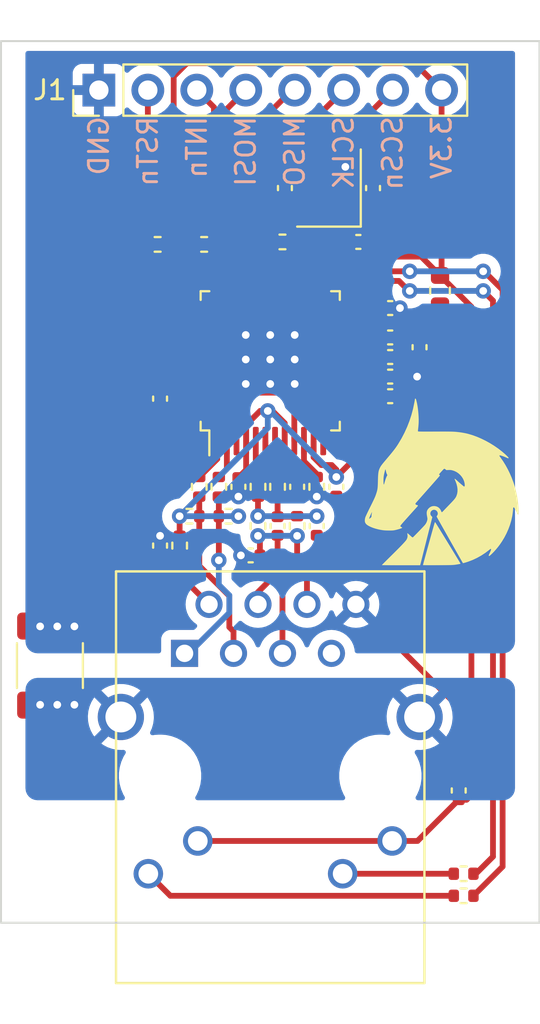
<source format=kicad_pcb>
(kicad_pcb (version 20211014) (generator pcbnew)
  (layers (0 "F.Cu" signal) (31 "B.Cu" signal) (34 "B.Paste" user) (35 "F.Paste" user) (36 "B.SilkS" user "B.Silkscreen") (37 "F.SilkS" user "F.Silkscreen") (38 "B.Mask" user) (39 "F.Mask" user) (44 "Edge.Cuts" user))
  (net 0 "")
  (net 1 "GNDPWR")
  (net 2 "GND")
  (net 3 "Net-(C2-Pad1)")
  (net 4 "Net-(C3-Pad1)")
  (net 5 "Net-(C3-Pad2)")
  (net 6 "Net-(C4-Pad1)")
  (net 7 "Net-(C4-Pad2)")
  (net 8 "Net-(C5-Pad1)")
  (net 9 "Net-(C6-Pad1)")
  (net 10 "Net-(C7-Pad1)")
  (net 11 "+3V3")
  (net 12 "+3.3VA")
  (net 13 "XI")
  (net 14 "GPIO21")
  (net 15 "GPIO20")
  (net 16 "GPIO19")
  (net 17 "GPIO16")
  (net 18 "GPIO18")
  (net 19 "GPIO17")
  (net 20 "Net-(P1-Pad1)")
  (net 21 "Net-(P1-Pad3)")
  (net 23 "Net-(P1-Pad9)")
  (net 24 "Net-(P1-Pad11)")
  (net 25 "Net-(R5-Pad2)")
  (net 26 "ACTn")
  (net 27 "Net-(R8-Pad2)")
  (net 28 "Net-(R9-Pad2)")
  (net 29 "Net-(R10-Pad2)")
  (net 30 "LINKn")
  (net 31 "Net-(R14-Pad2)")
  (net 32 "XO")
  (footprint "Package_QFP:LQFP-48-1EP_7x7mm_P0.5mm_EP3.6x3.6mm" (layer "F.Cu") (at 110.49 128.34 90)
    (fp_text reference "U1" hide)
    (fp_text value "W5500")
    (pad "1" smd roundrect (at -4.1625 -2.75 90) (size 1.475 0.3) (layers "F.Cu" "F.Paste" "F.Mask") (net 25 "Net-(R5-Pad2)"))
    (pad "2" smd roundrect (at -4.1625 -2.25 90) (size 1.475 0.3) (layers "F.Cu" "F.Paste" "F.Mask") (net 27 "Net-(R8-Pad2)"))
    (pad "3" smd roundrect (at -4.1625 -1.75 90) (size 1.475 0.3) (layers "F.Cu" "F.Paste" "F.Mask") (net 2 "GND"))
    (pad "4" smd roundrect (at -4.1625 -1.25 90) (size 1.475 0.3) (layers "F.Cu" "F.Paste" "F.Mask") (net 12 "+3.3VA"))
    (pad "5" smd roundrect (at -4.1625 -0.75 90) (size 1.475 0.3) (layers "F.Cu" "F.Paste" "F.Mask") (net 28 "Net-(R9-Pad2)"))
    (pad "6" smd roundrect (at -4.1625 -0.25 90) (size 1.475 0.3) (layers "F.Cu" "F.Paste" "F.Mask") (net 29 "Net-(R10-Pad2)"))
    (pad "7" smd roundrect (at -4.1625 0.25 90) (size 1.475 0.3) (layers "F.Cu" "F.Paste" "F.Mask"))
    (pad "8" smd roundrect (at -4.1625 0.75 90) (size 1.475 0.3) (layers "F.Cu" "F.Paste" "F.Mask") (net 12 "+3.3VA"))
    (pad "9" smd roundrect (at -4.1625 1.25 90) (size 1.475 0.3) (layers "F.Cu" "F.Paste" "F.Mask") (net 2 "GND"))
    (pad "10" smd roundrect (at -4.1625 1.75 90) (size 1.475 0.3) (layers "F.Cu" "F.Paste" "F.Mask") (net 31 "Net-(R14-Pad2)"))
    (pad "11" smd roundrect (at -4.1625 2.25 90) (size 1.475 0.3) (layers "F.Cu" "F.Paste" "F.Mask") (net 12 "+3.3VA"))
    (pad "12" smd roundrect (at -4.1625 2.75 90) (size 1.475 0.3) (layers "F.Cu" "F.Paste" "F.Mask"))
    (pad "13" smd roundrect (at -2.75 4.1625 90) (size 0.3 1.475) (layers "F.Cu" "F.Paste" "F.Mask"))
    (pad "14" smd roundrect (at -2.25 4.1625 90) (size 0.3 1.475) (layers "F.Cu" "F.Paste" "F.Mask") (net 2 "GND"))
    (pad "15" smd roundrect (at -1.75 4.1625 90) (size 0.3 1.475) (layers "F.Cu" "F.Paste" "F.Mask") (net 12 "+3.3VA"))
    (pad "16" smd roundrect (at -1.25 4.1625 90) (size 0.3 1.475) (layers "F.Cu" "F.Paste" "F.Mask") (net 2 "GND"))
    (pad "17" smd roundrect (at -0.75 4.1625 90) (size 0.3 1.475) (layers "F.Cu" "F.Paste" "F.Mask") (net 12 "+3.3VA"))
    (pad "18" smd roundrect (at -0.25 4.1625 90) (size 0.3 1.475) (layers "F.Cu" "F.Paste" "F.Mask"))
    (pad "19" smd roundrect (at 0.25 4.1625 90) (size 0.3 1.475) (layers "F.Cu" "F.Paste" "F.Mask") (net 2 "GND"))
    (pad "20" smd roundrect (at 0.75 4.1625 90) (size 0.3 1.475) (layers "F.Cu" "F.Paste" "F.Mask") (net 9 "Net-(C6-Pad1)"))
    (pad "21" smd roundrect (at 1.25 4.1625 90) (size 0.3 1.475) (layers "F.Cu" "F.Paste" "F.Mask") (net 12 "+3.3VA"))
    (pad "22" smd roundrect (at 1.75 4.1625 90) (size 0.3 1.475) (layers "F.Cu" "F.Paste" "F.Mask") (net 10 "Net-(C7-Pad1)"))
    (pad "23" smd roundrect (at 2.25 4.1625 90) (size 0.3 1.475) (layers "F.Cu" "F.Paste" "F.Mask"))
    (pad "24" smd roundrect (at 2.75 4.1625 90) (size 0.3 1.475) (layers "F.Cu" "F.Paste" "F.Mask"))
    (pad "25" smd roundrect (at 4.1625 2.75 90) (size 1.475 0.3) (layers "F.Cu" "F.Paste" "F.Mask") (net 30 "LINKn"))
    (pad "26" smd roundrect (at 4.1625 2.25 90) (size 1.475 0.3) (layers "F.Cu" "F.Paste" "F.Mask"))
    (pad "27" smd roundrect (at 4.1625 1.75 90) (size 1.475 0.3) (layers "F.Cu" "F.Paste" "F.Mask") (net 26 "ACTn"))
    (pad "28" smd roundrect (at 4.1625 1.25 90) (size 1.475 0.3) (layers "F.Cu" "F.Paste" "F.Mask") (net 11 "+3V3"))
    (pad "29" smd roundrect (at 4.1625 0.75 90) (size 1.475 0.3) (layers "F.Cu" "F.Paste" "F.Mask") (net 2 "GND"))
    (pad "30" smd roundrect (at 4.1625 0.25 90) (size 1.475 0.3) (layers "F.Cu" "F.Paste" "F.Mask") (net 13 "XI"))
    (pad "31" smd roundrect (at 4.1625 -0.25 90) (size 1.475 0.3) (layers "F.Cu" "F.Paste" "F.Mask") (net 32 "XO"))
    (pad "32" smd roundrect (at 4.1625 -0.75 90) (size 1.475 0.3) (layers "F.Cu" "F.Paste" "F.Mask") (net 19 "GPIO17"))
    (pad "33" smd roundrect (at 4.1625 -1.25 90) (size 1.475 0.3) (layers "F.Cu" "F.Paste" "F.Mask") (net 18 "GPIO18"))
    (pad "34" smd roundrect (at 4.1625 -1.75 90) (size 1.475 0.3) (layers "F.Cu" "F.Paste" "F.Mask") (net 17 "GPIO16"))
    (pad "35" smd roundrect (at 4.1625 -2.25 90) (size 1.475 0.3) (layers "F.Cu" "F.Paste" "F.Mask") (net 16 "GPIO19"))
    (pad "36" smd roundrect (at 4.1625 -2.75 90) (size 1.475 0.3) (layers "F.Cu" "F.Paste" "F.Mask") (net 14 "GPIO21"))
    (pad "37" smd roundrect (at 2.75 -4.1625 90) (size 0.3 1.475) (layers "F.Cu" "F.Paste" "F.Mask") (net 15 "GPIO20"))
    (pad "38" smd roundrect (at 2.25 -4.1625 90) (size 0.3 1.475) (layers "F.Cu" "F.Paste" "F.Mask"))
    (pad "39" smd roundrect (at 1.75 -4.1625 90) (size 0.3 1.475) (layers "F.Cu" "F.Paste" "F.Mask"))
    (pad "40" smd roundrect (at 1.25 -4.1625 90) (size 0.3 1.475) (layers "F.Cu" "F.Paste" "F.Mask"))
    (pad "41" smd roundrect (at 0.75 -4.1625 90) (size 0.3 1.475) (layers "F.Cu" "F.Paste" "F.Mask"))
    (pad "42" smd roundrect (at 0.25 -4.1625 90) (size 0.3 1.475) (layers "F.Cu" "F.Paste" "F.Mask"))
    (pad "43" smd roundrect (at -0.25 -4.1625 90) (size 0.3 1.475) (layers "F.Cu" "F.Paste" "F.Mask") (net 11 "+3V3"))
    (pad "44" smd roundrect (at -0.75 -4.1625 90) (size 0.3 1.475) (layers "F.Cu" "F.Paste" "F.Mask") (net 11 "+3V3"))
    (pad "45" smd roundrect (at -1.25 -4.1625 90) (size 0.3 1.475) (layers "F.Cu" "F.Paste" "F.Mask") (net 11 "+3V3"))
    (pad "46" smd roundrect (at -1.75 -4.1625 90) (size 0.3 1.475) (layers "F.Cu" "F.Paste" "F.Mask"))
    (pad "47" smd roundrect (at -2.25 -4.1625 90) (size 0.3 1.475) (layers "F.Cu" "F.Paste" "F.Mask"))
    (pad "48" smd roundrect (at -2.75 -4.1625 90) (size 0.3 1.475) (layers "F.Cu" "F.Paste" "F.Mask") (net 2 "GND"))
    (pad "49" smd rect (at 0 0 90) (size 3.6 3.6) (layers "F.Cu" "F.Mask") (net 2 "GND"))
  )
  (footprint "Capacitor_SMD:C_0402_1005Metric" (layer "F.Cu") (at 118.237 127.635 -90)
    (fp_text reference "C17" hide)
    (fp_text value "0.1uF")
    (pad "1" smd roundrect (at -0.48 0 270) (size 0.56 0.62) (layers "F.Cu" "F.Paste" "F.Mask") (net 12 "+3.3VA"))
    (pad "2" smd roundrect (at 0.48 0 270) (size 0.56 0.62) (layers "F.Cu" "F.Paste" "F.Mask") (net 2 "GND"))
  )
  (footprint "Resistor_SMD:R_0402_1005Metric" (layer "F.Cu") (at 104.648 122.301 180)
    (fp_text reference "R2" hide)
    (fp_text value "4.7k")
    (pad "1" smd roundrect (at -0.51 0 180) (size 0.54 0.64) (layers "F.Cu" "F.Paste" "F.Mask") (net 11 "+3V3"))
    (pad "2" smd roundrect (at 0.51 0 180) (size 0.54 0.64) (layers "F.Cu" "F.Paste" "F.Mask") (net 15 "GPIO20"))
  )
  (footprint "Capacitor_SMD:C_0402_1005Metric" (layer "F.Cu") (at 104.775 130.302 -90)
    (fp_text reference "C9" hide)
    (fp_text value "0.1uF")
    (pad "1" smd roundrect (at -0.48 0 270) (size 0.56 0.62) (layers "F.Cu" "F.Paste" "F.Mask") (net 11 "+3V3"))
    (pad "2" smd roundrect (at 0.48 0 270) (size 0.56 0.62) (layers "F.Cu" "F.Paste" "F.Mask") (net 2 "GND"))
  )
  (footprint "Resistor_SMD:R_0402_1005Metric" (layer "F.Cu") (at 106.299 136.398 180)
    (fp_text reference "R3" hide)
    (fp_text value "49.9")
    (pad "1" smd roundrect (at -0.51 0 180) (size 0.54 0.64) (layers "F.Cu" "F.Paste" "F.Mask") (net 21 "Net-(P1-Pad3)"))
    (pad "2" smd roundrect (at 0.51 0 180) (size 0.54 0.64) (layers "F.Cu" "F.Paste" "F.Mask") (net 12 "+3.3VA"))
  )
  (footprint "Resistor_SMD:R_0402_1005Metric" (layer "F.Cu") (at 120.523 154.94 180)
    (fp_text reference "R7" hide)
    (fp_text value "470")
    (pad "1" smd roundrect (at -0.51 0 180) (size 0.54 0.64) (layers "F.Cu" "F.Paste" "F.Mask") (net 26 "ACTn"))
    (pad "2" smd roundrect (at 0.51 0 180) (size 0.54 0.64) (layers "F.Cu" "F.Paste" "F.Mask") (net 24 "Net-(P1-Pad11)"))
  )
  (footprint "Capacitor_SMD:C_0402_1005Metric" (layer "F.Cu") (at 109.474 138.43 180)
    (fp_text reference "C5" hide)
    (fp_text value "0.1uF")
    (pad "1" smd roundrect (at -0.48 0 180) (size 0.56 0.62) (layers "F.Cu" "F.Paste" "F.Mask") (net 8 "Net-(C5-Pad1)"))
    (pad "2" smd roundrect (at 0.48 0 180) (size 0.56 0.62) (layers "F.Cu" "F.Paste" "F.Mask") (net 2 "GND"))
  )
  (footprint "Capacitor_SMD:C_1812_4532Metric" (layer "F.Cu") (at 99.06 144.145 90)
    (fp_text reference "C1" hide)
    (fp_text value "1nF/22kV")
    (pad "1" smd roundrect (at -2.05 0 90) (size 1.4 3.4) (layers "F.Cu" "F.Paste" "F.Mask") (roundrect_rratio 0.178571) (net 1 "GNDPWR"))
    (pad "2" smd roundrect (at 2.05 0 90) (size 1.4 3.4) (layers "F.Cu" "F.Paste" "F.Mask") (roundrect_rratio 0.178571) (net 2 "GND"))
  )
  (footprint "Capacitor_SMD:C_0402_1005Metric" (layer "F.Cu") (at 108.839 134.874 -90)
    (fp_text reference "C16" hide)
    (fp_text value "0.1uF")
    (pad "1" smd roundrect (at -0.48 0 270) (size 0.56 0.62) (layers "F.Cu" "F.Paste" "F.Mask") (net 12 "+3.3VA"))
    (pad "2" smd roundrect (at 0.48 0 270) (size 0.56 0.62) (layers "F.Cu" "F.Paste" "F.Mask") (net 2 "GND"))
  )
  (footprint "Resistor_SMD:R_0402_1005Metric" (layer "F.Cu") (at 111.125 122.174 180)
    (fp_text reference "R15" hide)
    (fp_text value "1M")
    (pad "1" smd roundrect (at -0.51 0 180) (size 0.54 0.64) (layers "F.Cu" "F.Paste" "F.Mask") (net 13 "XI"))
    (pad "2" smd roundrect (at 0.51 0 180) (size 0.54 0.64) (layers "F.Cu" "F.Paste" "F.Mask") (net 32 "XO"))
  )
  (footprint "Capacitor_SMD:C_0402_1005Metric" (layer "F.Cu") (at 110.871 136.906 90)
    (fp_text reference "C3" hide)
    (fp_text value "6.8nF")
    (pad "1" smd roundrect (at -0.48 0 90) (size 0.56 0.62) (layers "F.Cu" "F.Paste" "F.Mask") (net 4 "Net-(C3-Pad1)"))
    (pad "2" smd roundrect (at 0.48 0 90) (size 0.56 0.62) (layers "F.Cu" "F.Paste" "F.Mask") (net 5 "Net-(C3-Pad2)"))
  )
  (footprint "Capacitor_SMD:C_0402_1005Metric" (layer "F.Cu") (at 111.887 134.874 -90)
    (fp_text reference "C15" hide)
    (fp_text value "0.1uF")
    (pad "1" smd roundrect (at -0.48 0 270) (size 0.56 0.62) (layers "F.Cu" "F.Paste" "F.Mask") (net 12 "+3.3VA"))
    (pad "2" smd roundrect (at 0.48 0 270) (size 0.56 0.62) (layers "F.Cu" "F.Paste" "F.Mask") (net 2 "GND"))
  )
  (footprint "Resistor_SMD:R_0402_1005Metric" (layer "F.Cu") (at 105.791 137.922 90)
    (fp_text reference "R1" hide)
    (fp_text value "10R/1%")
    (pad "1" smd roundrect (at -0.51 0 90) (size 0.54 0.64) (layers "F.Cu" "F.Paste" "F.Mask") (net 3 "Net-(C2-Pad1)"))
    (pad "2" smd roundrect (at 0.51 0 90) (size 0.54 0.64) (layers "F.Cu" "F.Paste" "F.Mask") (net 12 "+3.3VA"))
  )
  (footprint "Resistor_SMD:R_0402_1005Metric" (layer "F.Cu") (at 120.523 156.083 180)
    (fp_text reference "R13" hide)
    (fp_text value "470")
    (pad "1" smd roundrect (at -0.51 0 180) (size 0.54 0.64) (layers "F.Cu" "F.Paste" "F.Mask") (net 30 "LINKn"))
    (pad "2" smd roundrect (at 0.51 0 180) (size 0.54 0.64) (layers "F.Cu" "F.Paste" "F.Mask") (net 23 "Net-(P1-Pad9)"))
  )
  (footprint "Capacitor_SMD:C_0402_1005Metric" (layer "F.Cu") (at 111.252 119.38 -90)
    (fp_text reference "C19" hide)
    (fp_text value "18pF")
    (pad "1" smd roundrect (at -0.48 0 270) (size 0.56 0.62) (layers "F.Cu" "F.Paste" "F.Mask") (net 32 "XO"))
    (pad "2" smd roundrect (at 0.48 0 270) (size 0.56 0.62) (layers "F.Cu" "F.Paste" "F.Mask") (net 2 "GND"))
  )
  (footprint "Resistor_SMD:R_0402_1005Metric" (layer "F.Cu") (at 108.331 136.398)
    (fp_text reference "R4" hide)
    (fp_text value "49.9")
    (pad "1" smd roundrect (at -0.51 0) (size 0.54 0.64) (layers "F.Cu" "F.Paste" "F.Mask") (net 20 "Net-(P1-Pad1)"))
    (pad "2" smd roundrect (at 0.51 0) (size 0.54 0.64) (layers "F.Cu" "F.Paste" "F.Mask") (net 12 "+3.3VA"))
  )
  (footprint "Resistor_SMD:R_0402_1005Metric" (layer "F.Cu") (at 107.061 122.301)
    (fp_text reference "R6" hide)
    (fp_text value "4.7k")
    (pad "1" smd roundrect (at -0.51 0) (size 0.54 0.64) (layers "F.Cu" "F.Paste" "F.Mask") (net 11 "+3V3"))
    (pad "2" smd roundrect (at 0.51 0) (size 0.54 0.64) (layers "F.Cu" "F.Paste" "F.Mask") (net 14 "GPIO21"))
  )
  (footprint "Capacitor_SMD:C_0402_1005Metric" (layer "F.Cu") (at 116.713 129.159)
    (fp_text reference "C12" hide)
    (fp_text value "0.1uF")
    (pad "1" smd roundrect (at -0.48 0) (size 0.56 0.62) (layers "F.Cu" "F.Paste" "F.Mask") (net 12 "+3.3VA"))
    (pad "2" smd roundrect (at 0.48 0) (size 0.56 0.62) (layers "F.Cu" "F.Paste" "F.Mask") (net 2 "GND"))
  )
  (footprint "Capacitor_SMD:C_0402_1005Metric" (layer "F.Cu") (at 116.713 130.175)
    (fp_text reference "C13" hide)
    (fp_text value "0.1uF")
    (pad "1" smd roundrect (at -0.48 0) (size 0.56 0.62) (layers "F.Cu" "F.Paste" "F.Mask") (net 12 "+3.3VA"))
    (pad "2" smd roundrect (at 0.48 0) (size 0.56 0.62) (layers "F.Cu" "F.Paste" "F.Mask") (net 2 "GND"))
  )
  (footprint "Resistor_SMD:R_0402_1005Metric" (layer "F.Cu") (at 111.887 136.906 90)
    (fp_text reference "R12" hide)
    (fp_text value "49.9")
    (pad "1" smd roundrect (at -0.51 0 90) (size 0.54 0.64) (layers "F.Cu" "F.Paste" "F.Mask") (net 8 "Net-(C5-Pad1)"))
    (pad "2" smd roundrect (at 0.51 0 90) (size 0.54 0.64) (layers "F.Cu" "F.Paste" "F.Mask") (net 5 "Net-(C3-Pad2)"))
  )
  (footprint "Connector_PinHeader_2.54mm:PinHeader_1x08_P2.54mm_Vertical" (layer "F.Cu") (at 101.6 114.3 90)
    (fp_text reference "J1" (at 0 -2.54 180) (layer "F.SilkS"))
    (fp_text value "Conn_01x08")
    (pad "1" thru_hole rect (at 0 0 90) (size 1.7 1.7) (drill 1) (layers *.Cu *.Mask) (net 2 "GND"))
    (pad "2" thru_hole oval (at 0 2.54 90) (size 1.7 1.7) (drill 1) (layers *.Cu *.Mask) (net 15 "GPIO20"))
    (pad "3" thru_hole oval (at 0 5.08 90) (size 1.7 1.7) (drill 1) (layers *.Cu *.Mask) (net 14 "GPIO21"))
    (pad "4" thru_hole oval (at 0 7.62 90) (size 1.7 1.7) (drill 1) (layers *.Cu *.Mask) (net 16 "GPIO19"))
    (pad "5" thru_hole oval (at 0 10.16 90) (size 1.7 1.7) (drill 1) (layers *.Cu *.Mask) (net 17 "GPIO16"))
    (pad "6" thru_hole oval (at 0 12.7 90) (size 1.7 1.7) (drill 1) (layers *.Cu *.Mask) (net 18 "GPIO18"))
    (pad "7" thru_hole oval (at 0 15.24 90) (size 1.7 1.7) (drill 1) (layers *.Cu *.Mask) (net 19 "GPIO17"))
    (pad "8" thru_hole oval (at 0 17.78 90) (size 1.7 1.7) (drill 1) (layers *.Cu *.Mask) (net 11 "+3V3"))
  )
  (footprint "Capacitor_SMD:C_0402_1005Metric" (layer "F.Cu") (at 113.919 134.874 -90)
    (fp_text reference "C14" hide)
    (fp_text value "0.1uF")
    (pad "1" smd roundrect (at -0.48 0 270) (size 0.56 0.62) (layers "F.Cu" "F.Paste" "F.Mask") (net 12 "+3.3VA"))
    (pad "2" smd roundrect (at 0.48 0 270) (size 0.56 0.62) (layers "F.Cu" "F.Paste" "F.Mask") (net 2 "GND"))
  )
  (footprint "Capacitor_SMD:C_0402_1005Metric" (layer "F.Cu") (at 120.269 150.622 90)
    (fp_text reference "C10" hide)
    (fp_text value "0.1uF")
    (pad "1" smd roundrect (at -0.48 0 90) (size 0.56 0.62) (layers "F.Cu" "F.Paste" "F.Mask") (net 11 "+3V3"))
    (pad "2" smd roundrect (at 0.48 0 90) (size 0.56 0.62) (layers "F.Cu" "F.Paste" "F.Mask") (net 2 "GND"))
  )
  (footprint "Inductor_SMD:L_0603_1608Metric" (layer "F.Cu") (at 119.3 124.7 -90)
    (fp_text reference "L1" hide)
    (fp_text value "600mA")
    (pad "1" smd roundrect (at -0.7875 0 270) (size 0.875 0.95) (layers "F.Cu" "F.Paste" "F.Mask") (net 11 "+3V3"))
    (pad "2" smd roundrect (at 0.7875 0 270) (size 0.875 0.95) (layers "F.Cu" "F.Paste" "F.Mask") (net 12 "+3.3VA"))
  )
  (footprint "Resistor_SMD:R_0402_1005Metric" (layer "F.Cu") (at 109.855 136.906 90)
    (fp_text reference "R11" hide)
    (fp_text value "49.9")
    (pad "1" smd roundrect (at -0.51 0 90) (size 0.54 0.64) (layers "F.Cu" "F.Paste" "F.Mask") (net 8 "Net-(C5-Pad1)"))
    (pad "2" smd roundrect (at 0.51 0 90) (size 0.54 0.64) (layers "F.Cu" "F.Paste" "F.Mask") (net 7 "Net-(C4-Pad2)"))
  )
  (footprint "Resistor_SMD:R_0402_1005Metric" (layer "F.Cu") (at 106.807 134.874 90)
    (fp_text reference "R5" hide)
    (fp_text value "3.3")
    (pad "1" smd roundrect (at -0.51 0 90) (size 0.54 0.64) (layers "F.Cu" "F.Paste" "F.Mask") (net 21 "Net-(P1-Pad3)"))
    (pad "2" smd roundrect (at 0.51 0 90) (size 0.54 0.64) (layers "F.Cu" "F.Paste" "F.Mask") (net 25 "Net-(R5-Pad2)"))
  )
  (footprint "Resistor_SMD:R_0402_1005Metric" (layer "F.Cu") (at 112.903 134.874 90)
    (fp_text reference "R14" hide)
    (fp_text value "12.4k/1%")
    (pad "1" smd roundrect (at -0.51 0 90) (size 0.54 0.64) (layers "F.Cu" "F.Paste" "F.Mask") (net 2 "GND"))
    (pad "2" smd roundrect (at 0.51 0 90) (size 0.54 0.64) (layers "F.Cu" "F.Paste" "F.Mask") (net 31 "Net-(R14-Pad2)"))
  )
  (footprint "01-rickbassham:J1B1211CCD" (layer "F.Cu") (at 110.49 149.86)
    (fp_text reference "P1" hide)
    (fp_text value "RJ45_LED_Shielded")
    (pad "" np_thru_hole circle (at 5.715 0) (size 3.25 3.25) (drill 3.25) (layers *.Cu *.Mask))
    (pad "" np_thru_hole circle (at -5.715 0) (size 3.25 3.25) (drill 3.25) (layers *.Cu *.Mask))
    (pad "1" thru_hole rect (at -4.445 -6.35) (size 1.408 1.408) (drill 0.9) (layers *.Cu *.Mask) (net 20 "Net-(P1-Pad1)"))
    (pad "2" thru_hole circle (at -3.175 -8.89) (size 1.408 1.408) (drill 0.9) (layers *.Cu *.Mask) (net 3 "Net-(C2-Pad1)"))
    (pad "3" thru_hole circle (at -1.905 -6.35) (size 1.408 1.408) (drill 0.9) (layers *.Cu *.Mask) (net 21 "Net-(P1-Pad3)"))
    (pad "4" thru_hole circle (at -0.635 -8.89) (size 1.408 1.408) (drill 0.9) (layers *.Cu *.Mask) (net 4 "Net-(C3-Pad1)"))
    (pad "5" thru_hole circle (at 0.635 -6.35) (size 1.408 1.408) (drill 0.9) (layers *.Cu *.Mask) (net 8 "Net-(C5-Pad1)"))
    (pad "6" thru_hole circle (at 1.905 -8.89) (size 1.408 1.408) (drill 0.9) (layers *.Cu *.Mask) (net 6 "Net-(C4-Pad1)"))
    (pad "7" thru_hole circle (at 3.175 -6.35) (size 1.408 1.408) (drill 0.9) (layers *.Cu *.Mask))
    (pad "8" thru_hole circle (at 4.445 -8.89) (size 1.408 1.408) (drill 0.9) (layers *.Cu *.Mask) (net 2 "GND"))
    (pad "9" thru_hole circle (at -6.325 5.08) (size 1.53 1.53) (drill 1.02) (layers *.Cu *.Mask) (net 23 "Net-(P1-Pad9)"))
    (pad "10" thru_hole circle (at -3.758 3.38) (size 1.53 1.53) (drill 1.02) (layers *.Cu *.Mask) (net 11 "+3V3"))
    (pad "11" thru_hole circle (at 3.758 5.08) (size 1.53 1.53) (drill 1.02) (layers *.Cu *.Mask) (net 24 "Net-(P1-Pad11)"))
    (pad "12" thru_hole circle (at 6.325 3.38) (size 1.53 1.53) (drill 1.02) (layers *.Cu *.Mask) (net 11 "+3V3"))
    (pad "SH" thru_hole circle (at -7.75 -3.05) (size 2.4 2.4) (drill 1.6) (layers *.Cu *.Mask) (net 1 "GNDPWR"))
    (pad "SH" thru_hole circle (at 7.75 -3.05) (size 2.4 2.4) (drill 1.6) (layers *.Cu *.Mask) (net 1 "GNDPWR"))
  )
  (footprint "Capacitor_SMD:C_0402_1005Metric" (layer "F.Cu") (at 115.062 122.174)
    (fp_text reference "C8" hide)
    (fp_text value "1uF")
    (pad "1" smd roundrect (at -0.48 0) (size 0.56 0.62) (layers "F.Cu" "F.Paste" "F.Mask") (net 11 "+3V3"))
    (pad "2" smd roundrect (at 0.48 0) (size 0.56 0.62) (layers "F.Cu" "F.Paste" "F.Mask") (net 2 "GND"))
  )
  (footprint "Crystal:Crystal_SMD_3225-4Pin_3.2x2.5mm" (layer "F.Cu") (at 113.538 119.38 90)
    (fp_text reference "Y1" hide)
    (fp_text value "C700768")
    (pad "1" smd rect (at -1.1 0.85 90) (size 1.4 1.2) (layers "F.Cu" "F.Paste" "F.Mask") (net 13 "XI"))
    (pad "2" smd rect (at 1.1 0.85 90) (size 1.4 1.2) (layers "F.Cu" "F.Paste" "F.Mask") (net 2 "GND"))
    (pad "3" smd rect (at 1.1 -0.85 90) (size 1.4 1.2) (layers "F.Cu" "F.Paste" "F.Mask") (net 32 "XO"))
    (pad "4" smd rect (at -1.1 -0.85 90) (size 1.4 1.2) (layers "F.Cu" "F.Paste" "F.Mask") (net 2 "GND"))
  )
  (footprint "Resistor_SMD:R_0402_1005Metric" (layer "F.Cu") (at 109.855 134.874 90)
    (fp_text reference "R9" hide)
    (fp_text value "3.3")
    (pad "1" smd roundrect (at -0.51 0 90) (size 0.54 0.64) (layers "F.Cu" "F.Paste" "F.Mask") (net 7 "Net-(C4-Pad2)"))
    (pad "2" smd roundrect (at 0.51 0 90) (size 0.54 0.64) (layers "F.Cu" "F.Paste" "F.Mask") (net 28 "Net-(R9-Pad2)"))
  )
  (footprint "01-rickbassham:logo_small" (layer "F.Cu") (at 119.38 134.62)
    (fp_text reference "G***" hide)
    (fp_text value "LOGO" hide)
  )
  (footprint "Capacitor_SMD:C_0402_1005Metric" (layer "F.Cu") (at 116.713 128.143)
    (fp_text reference "C6" hide)
    (fp_text value "4.7uF")
    (pad "1" smd roundrect (at -0.48 0) (size 0.56 0.62) (layers "F.Cu" "F.Paste" "F.Mask") (net 9 "Net-(C6-Pad1)"))
    (pad "2" smd roundrect (at 0.48 0) (size 0.56 0.62) (layers "F.Cu" "F.Paste" "F.Mask") (net 2 "GND"))
  )
  (footprint "Capacitor_SMD:C_0402_1005Metric" (layer "F.Cu") (at 116.713 125.603)
    (fp_text reference "C7" hide)
    (fp_text value "0.1uF")
    (pad "1" smd roundrect (at -0.48 0) (size 0.56 0.62) (layers "F.Cu" "F.Paste" "F.Mask") (net 10 "Net-(C7-Pad1)"))
    (pad "2" smd roundrect (at 0.48 0) (size 0.56 0.62) (layers "F.Cu" "F.Paste" "F.Mask") (net 2 "GND"))
  )
  (footprint "Resistor_SMD:R_0402_1005Metric" (layer "F.Cu") (at 107.823 134.874 90)
    (fp_text reference "R8" hide)
    (fp_text value "3.3")
    (pad "1" smd roundrect (at -0.51 0 90) (size 0.54 0.64) (layers "F.Cu" "F.Paste" "F.Mask") (net 20 "Net-(P1-Pad1)"))
    (pad "2" smd roundrect (at 0.51 0 90) (size 0.54 0.64) (layers "F.Cu" "F.Paste" "F.Mask") (net 27 "Net-(R8-Pad2)"))
  )
  (footprint "Capacitor_SMD:C_0402_1005Metric" (layer "F.Cu") (at 116.713 127.127)
    (fp_text reference "C11" hide)
    (fp_text value "0.1uF")
    (pad "1" smd roundrect (at -0.48 0) (size 0.56 0.62) (layers "F.Cu" "F.Paste" "F.Mask") (net 12 "+3.3VA"))
    (pad "2" smd roundrect (at 0.48 0) (size 0.56 0.62) (layers "F.Cu" "F.Paste" "F.Mask") (net 2 "GND"))
  )
  (footprint "Resistor_SMD:R_0402_1005Metric" (layer "F.Cu") (at 110.871 134.874 90)
    (fp_text reference "R10" hide)
    (fp_text value "3.3")
    (pad "1" smd roundrect (at -0.51 0 90) (size 0.54 0.64) (layers "F.Cu" "F.Paste" "F.Mask") (net 5 "Net-(C3-Pad2)"))
    (pad "2" smd roundrect (at 0.51 0 90) (size 0.54 0.64) (layers "F.Cu" "F.Paste" "F.Mask") (net 29 "Net-(R10-Pad2)"))
  )
  (footprint "Capacitor_SMD:C_0402_1005Metric" (layer "F.Cu") (at 115.824 119.38 90)
    (fp_text reference "C18" hide)
    (fp_text value "18pF")
    (pad "1" smd roundrect (at -0.48 0 90) (size 0.56 0.62) (layers "F.Cu" "F.Paste" "F.Mask") (net 13 "XI"))
    (pad "2" smd roundrect (at 0.48 0 90) (size 0.56 0.62) (layers "F.Cu" "F.Paste" "F.Mask") (net 2 "GND"))
  )
  (footprint "Capacitor_SMD:C_0402_1005Metric" (layer "F.Cu") (at 104.775 137.922 90)
    (fp_text reference "C2" hide)
    (fp_text value "22nF")
    (pad "1" smd roundrect (at -0.48 0 90) (size 0.56 0.62) (layers "F.Cu" "F.Paste" "F.Mask") (net 3 "Net-(C2-Pad1)"))
    (pad "2" smd roundrect (at 0.48 0 90) (size 0.56 0.62) (layers "F.Cu" "F.Paste" "F.Mask") (net 2 "GND"))
  )
  (footprint "Capacitor_SMD:C_0402_1005Metric" (layer "F.Cu") (at 112.903 136.906 90)
    (fp_text reference "C4" hide)
    (fp_text value "6.8nF")
    (pad "1" smd roundrect (at -0.48 0 90) (size 0.56 0.62) (layers "F.Cu" "F.Paste" "F.Mask") (net 6 "Net-(C4-Pad1)"))
    (pad "2" smd roundrect (at 0.48 0 90) (size 0.56 0.62) (layers "F.Cu" "F.Paste" "F.Mask") (net 7 "Net-(C4-Pad2)"))
  )
  (gr_rect (start 96.52 111.76) (end 124.46 157.48) (layer "Edge.Cuts") (width 0.1) (fill none))
  (gr_text "SCSn" (at 116.84 115.57 -270) (layer "B.SilkS") (effects (font (size 1 1)) (justify left mirror)))
  (gr_text "3.3V" (at 119.38 115.57 -270) (layer "B.SilkS") (effects (font (size 1 1)) (justify left mirror)))
  (gr_text "MOSI" (at 109.22 115.57 -270) (layer "B.SilkS") (effects (font (size 1 1)) (justify left mirror)))
  (gr_text "INTn" (at 106.68 115.57 -270) (layer "B.SilkS") (effects (font (size 1 1)) (justify left mirror)))
  (gr_text "RSTn" (at 104.14 115.57 -270) (layer "B.SilkS") (effects (font (size 1 1)) (justify left mirror)))
  (gr_text "MISO" (at 111.76 115.57 -270) (layer "B.SilkS") (effects (font (size 1 1)) (justify left mirror)))
  (gr_text "SCLK" (at 114.3 115.57 -270) (layer "B.SilkS") (effects (font (size 1 1)) (justify left mirror)))
  (gr_text "GND" (at 101.6 115.57 -270) (layer "B.SilkS") (effects (font (size 1 1)) (justify left mirror)))
  (via (at 99.441 146.177) (size 0.8) (drill 0.4) (layers "F.Cu" "B.Cu") (net 1))
  (via (at 98.552 146.177) (size 0.8) (drill 0.4) (layers "F.Cu" "B.Cu") (net 1))
  (via (at 100.33 146.177) (size 0.8) (drill 0.4) (layers "F.Cu" "B.Cu") (net 1))
  (segment (start 112.688 120.48) (end 112.688 120.23) (width 0.3) (layer "F.Cu") (net 2))
  (segment (start 112.74 130.59) (end 110.49 128.34) (width 0.3) (layer "F.Cu") (net 2))
  (segment (start 115.824 118.9) (end 115.866285 118.9) (width 0.3) (layer "F.Cu") (net 2))
  (segment (start 116.48352 121.23248) (end 115.542 122.174) (width 0.3) (layer "F.Cu") (net 2))
  (segment (start 116.48352 119.517235) (end 116.48352 121.23248) (width 0.3) (layer "F.Cu") (net 2))
  (segment (start 108.74 132.5025) (end 108.74 130.09) (width 0.3) (layer "F.Cu") (net 2))
  (segment (start 111.887 135.354) (end 112.873 135.354) (width 0.3) (layer "F.Cu") (net 2))
  (segment (start 113.919 135.354) (end 112.933 135.354) (width 0.3) (layer "F.Cu") (net 2))
  (segment (start 117.193 127.127) (end 117.193 128.143) (width 0.3) (layer "F.Cu") (net 2))
  (segment (start 117.193 128.143) (end 117.193 129.159) (width 0.3) (layer "F.Cu") (net 2))
  (segment (start 111.24 127.59) (end 110.49 128.34) (width 0.3) (layer "F.Cu") (net 2))
  (segment (start 110.74 128.09) (end 110.49 128.34) (width 0.3) (layer "F.Cu") (net 2))
  (segment (start 112.933 135.354) (end 112.903 135.384) (width 0.3) (layer "F.Cu") (net 2))
  (segment (start 111.74048 129.58952) (end 111.74 129.59) (width 0.3) (layer "F.Cu") (net 2))
  (segment (start 120.269 146.304) (end 120.269 150.142) (width 0.3) (layer "F.Cu") (net 2))
  (segment (start 114.388 118.28) (end 115.204 118.28) (width 0.3) (layer "F.Cu") (net 2))
  (segment (start 114.935 140.97) (end 120.269 146.304) (width 0.3) (layer "F.Cu") (net 2))
  (segment (start 111.24 124.1775) (end 111.24 127.59) (width 0.3) (layer "F.Cu") (net 2))
  (segment (start 114.6525 130.59) (end 112.74 130.59) (width 0.3) (layer "F.Cu") (net 2))
  (segment (start 114.6525 128.09) (end 110.74 128.09) (width 0.3) (layer "F.Cu") (net 2))
  (segment (start 118.11 129.159) (end 117.193 129.159) (width 0.3) (layer "F.Cu") (net 2))
  (segment (start 114.65202 129.58952) (end 111.74048 129.58952) (width 0.3) (layer "F.Cu") (net 2))
  (segment (start 111.872 120.48) (end 111.252 119.86) (width 0.3) (layer "F.Cu") (net 2))
  (segment (start 115.866285 118.9) (end 116.48352 119.517235) (width 0.3) (layer "F.Cu") (net 2))
  (segment (start 112.688 120.23) (end 114.388 118.53) (width 0.3) (layer "F.Cu") (net 2))
  (segment (start 117.193 128.143) (end 118.209 128.143) (width 0.3) (layer "F.Cu") (net 2))
  (segment (start 111.74 132.5025) (end 111.74 129.59) (width 0.3) (layer "F.Cu") (net 2))
  (segment (start 114.388 118.53) (end 114.388 118.28) (width 0.3) (layer "F.Cu") (net 2))
  (segment (start 114.6525 129.59) (end 114.65202 129.58952) (width 0.3) (layer "F.Cu") (net 2))
  (segment (start 112.688 120.48) (end 111.872 120.48) (width 0.3) (layer "F.Cu") (net 2))
  (segment (start 111.74 129.59) (end 110.49 128.34) (width 0.3) (layer "F.Cu") (net 2))
  (segment (start 112.873 135.354) (end 112.903 135.384) (width 0.3) (layer "F.Cu") (net 2))
  (segment (start 105.083 131.09) (end 104.775 130.782) (width 0.3) (layer "F.Cu") (net 2))
  (segment (start 118.209 128.143) (end 118.237 128.115) (width 0.3) (layer "F.Cu") (net 2))
  (segment (start 106.3275 131.09) (end 105.083 131.09) (width 0.3) (layer "F.Cu") (net 2))
  (segment (start 115.204 118.28) (end 115.824 118.9) (width 0.3) (layer "F.Cu") (net 2))
  (segment (start 107.74 131.09) (end 110.49 128.34) (width 0.3) (layer "F.Cu") (net 2))
  (segment (start 106.3275 131.09) (end 107.74 131.09) (width 0.3) (layer "F.Cu") (net 2))
  (segment (start 108.74 130.09) (end 110.49 128.34) (width 0.3) (layer "F.Cu") (net 2))
  (segment (start 117.193 129.159) (end 117.193 130.175) (width 0.3) (layer "F.Cu") (net 2))
  (via (at 110.49 129.54) (size 0.8) (drill 0.4) (layers "F.Cu" "B.Cu") (net 2))
  (via (at 108.966 138.43) (size 0.8) (drill 0.4) (layers "F.Cu" "B.Cu") (net 2))
  (via (at 110.49 127) (size 0.8) (drill 0.4) (layers "F.Cu" "B.Cu") (net 2))
  (via (at 111.76 128.27) (size 0.8) (drill 0.4) (layers "F.Cu" "B.Cu") (net 2))
  (via (at 114.388 118.28) (size 0.8) (drill 0.4) (layers "F.Cu" "B.Cu") (net 2))
  (via (at 110.49 128.27) (size 0.8) (drill 0.4) (layers "F.Cu" "B.Cu") (net 2))
  (via (at 111.76 129.54) (size 0.8) (drill 0.4) (layers "F.Cu" "B.Cu") (net 2))
  (via (at 118.11 129.159) (size 0.8) (drill 0.4) (layers "F.Cu" "B.Cu") (net 2))
  (via (at 100.33 142.113) (size 0.8) (drill 0.4) (layers "F.Cu" "B.Cu") (net 2))
  (via (at 99.441 142.113) (size 0.8) (drill 0.4) (layers "F.Cu" "B.Cu") (net 2))
  (via (at 109.22 129.54) (size 0.8) (drill 0.4) (layers "F.Cu" "B.Cu") (net 2))
  (via (at 112.903 135.384) (size 0.8) (drill 0.4) (layers "F.Cu" "B.Cu") (net 2))
  (via (at 109.22 127) (size 0.8) (drill 0.4) (layers "F.Cu" "B.Cu") (net 2))
  (via (at 108.839 135.382) (size 0.8) (drill 0.4) (layers "F.Cu" "B.Cu") (net 2))
  (via (at 111.76 127) (size 0.8) (drill 0.4) (layers "F.Cu" "B.Cu") (net 2))
  (via (at 109.22 128.27) (size 0.8) (drill 0.4) (layers "F.Cu" "B.Cu") (net 2))
  (via (at 104.775 137.414) (size 0.8) (drill 0.4) (layers "F.Cu" "B.Cu") (net 2))
  (via (at 117.221 125.603) (size 0.8) (drill 0.4) (layers "F.Cu" "B.Cu") (net 2))
  (via (at 98.552 142.113) (size 0.8) (drill 0.4) (layers "F.Cu" "B.Cu") (net 2))
  (segment (start 105.761 138.402) (end 105.791 138.432) (width 0.3) (layer "F.Cu") (net 3))
  (segment (start 104.775 138.402) (end 105.761 138.402) (width 0.3) (layer "F.Cu") (net 3))
  (segment (start 105.791 139.446) (end 107.315 140.97) (width 0.3) (layer "F.Cu") (net 3))
  (segment (start 105.791 138.432) (end 105.791 139.446) (width 0.3) (layer "F.Cu") (net 3))
  (segment (start 110.871 139.319) (end 109.855 140.335) (width 0.3) (layer "F.Cu") (net 4))
  (segment (start 110.871 137.386) (end 110.871 139.319) (width 0.3) (layer "F.Cu") (net 4))
  (segment (start 109.855 140.335) (end 109.855 140.97) (width 0.3) (layer "F.Cu") (net 4))
  (segment (start 110.871 136.426) (end 111.857 136.426) (width 0.3) (layer "F.Cu") (net 5))
  (segment (start 111.857 136.426) (end 111.887 136.396) (width 0.3) (layer "F.Cu") (net 5))
  (segment (start 110.871 135.384) (end 110.871 136.426) (width 0.3) (layer "F.Cu") (net 5))
  (segment (start 112.395 138.811) (end 112.903 138.303) (width 0.3) (layer "F.Cu") (net 6))
  (segment (start 112.395 140.97) (end 112.395 138.811) (width 0.3) (layer "F.Cu") (net 6))
  (segment (start 112.903 138.303) (end 112.903 137.386) (width 0.3) (layer "F.Cu") (net 6))
  (segment (start 109.855 135.384) (end 109.855 136.396) (width 0.3) (layer "F.Cu") (net 7))
  (via (at 112.903 136.398) (size 0.8) (drill 0.4) (layers "F.Cu" "B.Cu") (net 7))
  (via (at 109.855 136.396) (size 0.8) (drill 0.4) (layers "F.Cu" "B.Cu") (net 7))
  (segment (start 109.855 136.396) (end 112.901 136.396) (width 0.3) (layer "B.Cu") (net 7))
  (segment (start 112.901 136.396) (end 112.903 136.398) (width 0.3) (layer "B.Cu") (net 7))
  (segment (start 111.125 140.208) (end 111.887 139.446) (width 0.3) (layer "F.Cu") (net 8))
  (segment (start 109.954 137.515) (end 109.855 137.416) (width 0.3) (layer "F.Cu") (net 8))
  (segment (start 111.887 139.446) (end 111.887 137.416) (width 0.3) (layer "F.Cu") (net 8))
  (segment (start 111.125 143.51) (end 111.125 140.208) (width 0.3) (layer "F.Cu") (net 8))
  (segment (start 109.954 138.43) (end 109.954 137.515) (width 0.3) (layer "F.Cu") (net 8))
  (via (at 109.855 137.416) (size 0.8) (drill 0.4) (layers "F.Cu" "B.Cu") (net 8))
  (via (at 111.887 137.416) (size 0.8) (drill 0.4) (layers "F.Cu" "B.Cu") (net 8))
  (segment (start 109.855 137.416) (end 111.887 137.416) (width 0.3) (layer "B.Cu") (net 8))
  (segment (start 115.68 127.59) (end 116.233 128.143) (width 0.3) (layer "F.Cu") (net 9))
  (segment (start 114.6525 127.59) (end 115.68 127.59) (width 0.3) (layer "F.Cu") (net 9))
  (segment (start 115.490361 126.59) (end 116.233 125.847361) (width 0.3) (layer "F.Cu") (net 10))
  (segment (start 114.6525 126.59) (end 115.490361 126.59) (width 0.3) (layer "F.Cu") (net 10))
  (segment (start 116.233 125.847361) (end 116.233 125.603) (width 0.3) (layer "F.Cu") (net 10))
  (segment (start 105.158 122.301) (end 105.480489 121.978511) (width 0.3) (layer "F.Cu") (net 11))
  (segment (start 105.480489 121.978511) (end 105.480489 113.594511) (width 0.3) (layer "F.Cu") (net 11))
  (segment (start 106.551 124.475639) (end 107.41452 125.339159) (width 0.3) (layer "F.Cu") (net 11))
  (segment (start 118.131 153.24) (end 120.269 151.102) (width 0.3) (layer "F.Cu") (net 11))
  (segment (start 106.732 153.24) (end 116.815 153.24) (width 0.3) (layer "F.Cu") (net 11))
  (segment (start 119.38 114.3) (end 119.38 123.8325) (width 0.3) (layer "F.Cu") (net 11))
  (segment (start 106.3275 128.59) (end 106.3275 129.09) (width 0.3) (layer "F.Cu") (net 11))
  (segment (start 112.776 122.174) (end 114.582 122.174) (width 0.3) (layer "F.Cu") (net 11))
  (segment (start 106.551 122.301) (end 106.551 124.475639) (width 0.3) (layer "F.Cu") (net 11))
  (segment (start 107.41452 128.67848) (end 107.003 129.09) (width 0.3) (layer "F.Cu") (net 11))
  (segment (start 107.003 129.09) (end 106.3275 129.09) (width 0.3) (layer "F.Cu") (net 11))
  (segment (start 119.38 123.8325) (end 119.3 123.9125) (width 0.3) (layer "F.Cu") (net 11))
  (segment (start 114.582 122.174) (end 114.582 122.216285) (width 0.3) (layer "F.Cu") (net 11))
  (segment (start 105.007 129.59) (end 104.775 129.822) (width 0.3) (layer "F.Cu") (net 11))
  (segment (start 111.74 124.1775) (end 111.74 123.21) (width 0.3) (layer "F.Cu") (net 11))
  (segment (start 120.678 151.102) (end 120.269 151.102) (width 0.3) (layer "F.Cu") (net 11))
  (segment (start 106.3275 129.59) (end 105.007 129.59) (width 0.3) (layer "F.Cu") (net 11))
  (segment (start 107.41452 125.339159) (end 107.41452 128.67848) (width 0.3) (layer "F.Cu") (net 11))
  (segment (start 118.3235 122.936) (end 119.3 123.9125) (width 0.3) (layer "F.Cu") (net 11))
  (segment (start 120.92852 125.54102) (end 120.92852 150.85148) (width 0.3) (layer "F.Cu") (net 11))
  (segment (start 115.301715 122.936) (end 118.3235 122.936) (width 0.3) (layer "F.Cu") (net 11))
  (segment (start 105.480489 113.594511) (end 106.172 112.903) (width 0.3) (layer "F.Cu") (net 11))
  (segment (start 106.3275 129.59) (end 106.3275 129.09) (width 0.3) (layer "F.Cu") (net 11))
  (segment (start 106.172 112.903) (end 117.983 112.903) (width 0.3) (layer "F.Cu") (net 11))
  (segment (start 114.582 122.216285) (end 115.301715 122.936) (width 0.3) (layer "F.Cu") (net 11))
  (segment (start 105.158 122.301) (end 106.551 122.301) (width 0.3) (layer "F.Cu") (net 11))
  (segment (start 119.3 123.9125) (end 120.92852 125.54102) (width 0.3) (layer "F.Cu") (net 11))
  (segment (start 116.815 153.24) (end 118.131 153.24) (width 0.3) (layer "F.Cu") (net 11))
  (segment (start 117.983 112.903) (end 119.38 114.3) (width 0.3) (layer "F.Cu") (net 11))
  (segment (start 111.74 123.21) (end 112.776 122.174) (width 0.3) (layer "F.Cu") (net 11))
  (segment (start 120.92852 150.85148) (end 120.678 151.102) (width 0.3) (layer "F.Cu") (net 11))
  (segment (start 118.4225 126.365) (end 116.952715 126.365) (width 0.3) (layer "F.Cu") (net 12))
  (segment (start 116.48352 130.83452) (end 116.233 130.584) (width 0.3) (layer "F.Cu") (net 12))
  (segment (start 118.237 126.5505) (end 119.3 125.4875) (width 0.3) (layer "F.Cu") (net 12))
  (segment (start 119.3 125.4875) (end 118.4225 126.365) (width 0.3) (layer "F.Cu") (net 12))
  (segment (start 109.24 131.664639) (end 109.967639 130.937) (width 0.3) (layer "F.Cu") (net 12))
  (segment (start 112.74 133.340361) (end 113.144119 133.74448) (width 0.3) (layer "F.Cu") (net 12))
  (segment (start 116.148 130.09) (end 116.233 130.175) (width 0.3) (layer "F.Cu") (net 12))
  (segment (start 118.999 129.667) (end 117.83148 130.83452) (width 0.3) (layer "F.Cu") (net 12))
  (segment (start 116.952715 126.365) (end 116.233 127.084715) (width 0.3) (layer "F.Cu") (net 12))
  (segment (start 111.24 133.727786) (end 111.887 134.374786) (width 0.3) (layer "F.Cu") (net 12))
  (segment (start 113.144119 133.74448) (end 113.67848 133.74448) (width 0.3) (layer "F.Cu") (net 12))
  (segment (start 116.164 129.09) (end 116.233 129.159) (width 0.3) (layer "F.Cu") (net 12))
  (segment (start 111.24 131.57152) (end 111.24 132.5025) (width 0.3) (layer "F.Cu") (net 12))
  (segment (start 116.196 127.09) (end 116.233 127.127) (width 0.3) (layer "F.Cu") (net 12))
  (segment (start 114.6525 130.09) (end 116.148 130.09) (width 0.3) (layer "F.Cu") (net 12))
  (segment (start 117.83148 130.83452) (end 116.48352 130.83452) (width 0.3) (layer "F.Cu") (net 12))
  (segment (start 112.74 132.5025) (end 112.74 133.340361) (width 0.3) (layer "F.Cu") (net 12))
  (segment (start 119.3 125.4875) (end 118.999 125.7885) (width 0.3) (layer "F.Cu") (net 12))
  (segment (start 116.233 130.175) (end 116.233 132.052) (width 0.3) (layer "F.Cu") (net 12))
  (segment (start 114.6525 127.09) (end 116.196 127.09) (width 0.3) (layer "F.Cu") (net 12))
  (segment (start 113.67848 133.74448) (end 113.919 133.985) (width 0.3) (layer "F.Cu") (net 12))
  (segment (start 109.24 133.993) (end 108.839 134.394) (width 0.3) (layer "F.Cu") (net 12))
  (segment (start 113.919 133.985) (end 113.919 134.394) (width 0.3) (layer "F.Cu") (net 12))
  (segment (start 110.363 130.937) (end 110.60548 130.937) (width 0.3) (layer "F.Cu") (net 12))
  (segment (start 109.24 132.5025) (end 109.24 133.993) (width 0.3) (layer "F.Cu") (net 12))
  (segment (start 111.24 132.5025) (end 111.24 133.727786) (width 0.3) (layer "F.Cu") (net 12))
  (segment (start 114.6525 129.09) (end 116.164 129.09) (width 0.3) (layer "F.Cu") (net 12))
  (segment (start 105.789 136.398) (end 105.789 137.41) (width 0.3) (layer "F.Cu") (net 12))
  (segment (start 111.887 134.374786) (end 111.887 134.394) (width 0.3) (layer "F.Cu") (net 12))
  (segment (start 109.24 132.5025) (end 109.24 131.664639) (width 0.3) (layer "F.Cu") (net 12))
  (segment (start 116.233 130.175) (end 116.233 129.159) (width 0.3) (layer "F.Cu") (net 12))
  (segment (start 116.233 127.084715) (end 116.233 127.127) (width 0.3) (layer "F.Cu") (net 12))
  (segment (start 116.233 130.584) (end 116.233 130.175) (width 0.3) (layer "F.Cu") (net 12))
  (segment (start 109.967639 130.937) (end 110.363 130.937) (width 0.3) (layer "F.Cu") (net 12))
  (segment (start 116.233 132.052) (end 113.919 134.366) (width 0.3) (layer "F.Cu") (net 12))
  (segment (start 118.999 125.7885) (end 118.999 129.667) (width 0.3) (layer "F.Cu") (net 12))
  (segment (start 105.789 137.41) (end 105.791 137.412) (width 0.3) (layer "F.Cu") (net 12))
  (segment (start 118.237 127.155) (end 118.237 126.5505) (width 0.3) (layer "F.Cu") (net 12))
  (segment (start 110.60548 130.937) (end 111.24 131.57152) (width 0.3) (layer "F.Cu") (net 12))
  (via (at 105.789 136.398) (size 0.8) (drill 0.4) (layers "F.Cu" "B.Cu") (net 12))
  (via (at 108.839 136.398) (size 0.8) (drill 0.4) (layers "F.Cu" "B.Cu") (net 12))
  (via (at 110.363 130.937) (size 0.8) (drill 0.4) (layers "F.Cu" "B.Cu") (net 12))
  (via (at 113.919 134.366) (size 0.8) (drill 0.4) (layers "F.Cu" "B.Cu") (net 12))
  (segment (start 110.363 130.937) (end 110.363 131.824) (width 0.3) (layer "B.Cu") (net 12))
  (segment (start 113.919 134.366) (end 110.49 130.937) (width 0.3) (layer "B.Cu") (net 12))
  (segment (start 110.49 130.937) (end 110.363 130.937) (width 0.3) (layer "B.Cu") (net 12))
  (segment (start 110.363 131.824) (end 105.789 136.398) (width 0.3) (layer "B.Cu") (net 12))
  (segment (start 105.789 136.398) (end 108.839 136.398) (width 0.3) (layer "B.Cu") (net 12))
  (segment (start 110.74 124.1775) (end 110.74 123.069) (width 0.3) (layer "F.Cu") (net 13))
  (segment (start 110.74 123.069) (end 111.635 122.174) (width 0.3) (layer "F.Cu") (net 13))
  (segment (start 114.388 120.48) (end 115.204 120.48) (width 0.3) (layer "F.Cu") (net 13))
  (segment (start 115.204 120.48) (end 115.824 119.86) (width 0.3) (layer "F.Cu") (net 13))
  (segment (start 112.279489 121.529511) (end 113.637511 121.529511) (width 0.3) (layer "F.Cu") (net 13))
  (segment (start 111.635 122.174) (end 112.279489 121.529511) (width 0.3) (layer "F.Cu") (net 13))
  (segment (start 113.637511 121.529511) (end 114.388 120.779022) (width 0.3) (layer "F.Cu") (net 13))
  (segment (start 114.388 120.779022) (end 114.388 120.48) (width 0.3) (layer "F.Cu") (net 13))
  (segment (start 107.571 122.301) (end 107.571 115.191) (width 0.3) (layer "F.Cu") (net 14))
  (segment (start 107.571 115.191) (end 106.68 114.3) (width 0.3) (layer "F.Cu") (net 14))
  (segment (start 107.74 124.1775) (end 107.74 122.47) (width 0.3) (layer "F.Cu") (net 14))
  (segment (start 107.74 122.47) (end 107.571 122.301) (width 0.3) (layer "F.Cu") (net 14))
  (segment (start 106.3275 125.59) (end 104.536 125.59) (width 0.3) (layer "F.Cu") (net 15))
  (segment (start 104.138 122.301) (end 104.14 122.299) (width 0.3) (layer "F.Cu") (net 15))
  (segment (start 104.14 122.303) (end 104.138 122.301) (width 0.3) (layer "F.Cu") (net 15))
  (segment (start 104.536 125.59) (end 104.523 125.603) (width 0.3) (layer "F.Cu") (net 15))
  (segment (start 104.523 125.603) (end 104.14 125.22) (width 0.3) (layer "F.Cu") (net 15))
  (segment (start 104.14 122.299) (end 104.14 114.3) (width 0.3) (layer "F.Cu") (net 15))
  (segment (start 104.14 125.22) (end 104.14 122.303) (width 0.3) (layer "F.Cu") (net 15))
  (segment (start 108.24 115.28) (end 109.22 114.3) (width 0.3) (layer "F.Cu") (net 16))
  (segment (start 108.24 124.1775) (end 108.24 115.28) (width 0.3) (layer "F.Cu") (net 16))
  (segment (start 108.74 124.1775) (end 108.74 117.177145) (width 0.3) (layer "F.Cu") (net 17))
  (segment (start 111.617145 114.3) (end 111.76 114.3) (width 0.3) (layer "F.Cu") (net 17))
  (segment (start 108.74 117.177145) (end 111.617145 114.3) (width 0.3) (layer "F.Cu") (net 17))
  (segment (start 109.24 117.383573) (end 110.554053 116.06952) (width 0.3) (layer "F.Cu") (net 18))
  (segment (start 110.554053 116.06952) (end 112.53048 116.06952) (width 0.3) (layer "F.Cu") (net 18))
  (segment (start 109.24 124.1775) (end 109.24 117.383573) (width 0.3) (layer "F.Cu") (net 18))
  (segment (start 112.53048 116.06952) (end 114.3 114.3) (width 0.3) (layer "F.Cu") (net 18))
  (segment (start 109.74 117.59) (end 110.76096 116.56904) (width 0.3) (layer "F.Cu") (net 19))
  (segment (start 109.74 124.1775) (end 109.74 117.59) (width 0.3) (layer "F.Cu") (net 19))
  (segment (start 110.76096 116.56904) (end 114.57096 116.56904) (width 0.3) (layer "F.Cu") (net 19))
  (segment (start 114.57096 116.56904) (end 116.84 114.3) (width 0.3) (layer "F.Cu") (net 19))
  (segment (start 107.823 138.684) (end 107.823 135.384) (width 0.3) (layer "F.Cu") (net 20))
  (via (at 107.823 138.684) (size 0.8) (drill 0.4) (layers "F.Cu" "B.Cu") (net 20))
  (segment (start 107.823 138.684) (end 107.821 138.686) (width 0.3) (layer "B.Cu") (net 20))
  (segment (start 106.264891 143.51) (end 106.045 143.51) (width 0.3) (layer "B.Cu") (net 20))
  (segment (start 107.821 139.952) (end 108.368511 140.499511) (width 0.3) (layer "B.Cu") (net 20))
  (segment (start 107.821 138.686) (end 107.821 139.952) (width 0.3) (layer "B.Cu") (net 20))
  (segment (start 108.368511 140.499511) (end 108.368511 141.40638) (width 0.3) (layer "B.Cu") (net 20))
  (segment (start 108.368511 141.40638) (end 106.264891 143.51) (width 0.3) (layer "B.Cu") (net 20))
  (segment (start 108.368511 142.150511) (end 108.368511 140.53362) (width 0.3) (layer "F.Cu") (net 21))
  (segment (start 106.809 136.398) (end 106.809 135.386) (width 0.3) (layer "F.Cu") (net 21))
  (segment (start 108.585 143.51) (end 108.585 142.367) (width 0.3) (layer "F.Cu") (net 21))
  (segment (start 106.809 135.386) (end 106.807 135.384) (width 0.3) (layer "F.Cu") (net 21))
  (segment (start 108.585 142.367) (end 108.368511 142.150511) (width 0.3) (layer "F.Cu") (net 21))
  (segment (start 106.809 138.974109) (end 106.809 136.398) (width 0.3) (layer "F.Cu") (net 21))
  (segment (start 108.368511 140.53362) (end 106.809 138.974109) (width 0.3) (layer "F.Cu") (net 21))
  (segment (start 104.165 154.94) (end 105.308 156.083) (width 0.3) (layer "F.Cu") (net 23))
  (segment (start 105.308 156.083) (end 120.013 156.083) (width 0.3) (layer "F.Cu") (net 23))
  (segment (start 114.248 154.94) (end 120.013 154.94) (width 0.3) (layer "F.Cu") (net 24))
  (segment (start 107.74 133.431) (end 106.807 134.364) (width 0.3) (layer "F.Cu") (net 25))
  (segment (start 107.74 132.5025) (end 107.74 133.431) (width 0.3) (layer "F.Cu") (net 25))
  (segment (start 113.73952 124.710908) (end 113.73952 125.015841) (width 0.3) (layer "F.Cu") (net 26))
  (segment (start 121.158 154.94) (end 121.033 154.94) (width 0.3) (layer "F.Cu") (net 26))
  (segment (start 117.16855 124.19752) (end 114.252908 124.19752) (width 0.3) (layer "F.Cu") (net 26))
  (segment (start 114.252908 124.19752) (end 113.73952 124.710908) (width 0.3) (layer "F.Cu") (net 26))
  (segment (start 122.047 125.222) (end 122.047 154.051) (width 0.3) (layer "F.Cu") (net 26))
  (segment (start 117.68503 124.714) (end 117.16855 124.19752) (width 0.3) (layer "F.Cu") (net 26))
  (segment (start 113.73952 125.015841) (end 113.490841 125.26452) (width 0.3) (layer "F.Cu") (net 26))
  (segment (start 112.489159 125.26452) (end 112.24 125.015361) (width 0.3) (layer "F.Cu") (net 26))
  (segment (start 122.047 154.051) (end 121.158 154.94) (width 0.3) (layer "F.Cu") (net 26))
  (segment (start 113.490841 125.26452) (end 112.489159 125.26452) (width 0.3) (layer "F.Cu") (net 26))
  (segment (start 112.24 125.015361) (end 112.24 124.1775) (width 0.3) (layer "F.Cu") (net 26))
  (segment (start 121.539 124.714) (end 122.047 125.222) (width 0.3) (layer "F.Cu") (net 26))
  (segment (start 117.729 124.714) (end 117.68503 124.714) (width 0.3) (layer "F.Cu") (net 26))
  (via (at 117.729 124.714) (size 0.8) (drill 0.4) (layers "F.Cu" "B.Cu") (net 26))
  (via (at 121.539 124.714) (size 0.8) (drill 0.4) (layers "F.Cu" "B.Cu") (net 26))
  (segment (start 117.729 124.714) (end 121.539 124.714) (width 0.3) (layer "B.Cu") (net 26))
  (segment (start 108.24 132.5025) (end 108.24 133.947) (width 0.3) (layer "F.Cu") (net 27))
  (segment (start 108.24 133.947) (end 107.823 134.364) (width 0.3) (layer "F.Cu") (net 27))
  (segment (start 109.74 132.5025) (end 109.74 134.249) (width 0.3) (layer "F.Cu") (net 28))
  (segment (start 109.74 134.249) (end 109.855 134.364) (width 0.3) (layer "F.Cu") (net 28))
  (segment (start 110.24 133.733) (end 110.871 134.364) (width 0.3) (layer "F.Cu") (net 29))
  (segment (start 110.24 132.5025) (end 110.24 133.733) (width 0.3) (layer "F.Cu") (net 29))
  (segment (start 122.54652 124.66155) (end 122.54652 154.56948) (width 0.3) (layer "F.Cu") (net 30))
  (segment (start 121.58297 123.698) (end 122.54652 124.66155) (width 0.3) (layer "F.Cu") (net 30))
  (segment (start 121.539 123.698) (end 121.58297 123.698) (width 0.3) (layer "F.Cu") (net 30))
  (segment (start 122.54652 154.56948) (end 121.033 156.083) (width 0.3) (layer "F.Cu") (net 30))
  (segment (start 114.046 123.698) (end 113.5665 124.1775) (width 0.3) (layer "F.Cu") (net 30))
  (segment (start 117.729 123.698) (end 114.046 123.698) (width 0.3) (layer "F.Cu") (net 30))
  (segment (start 113.5665 124.1775) (end 113.24 124.1775) (width 0.3) (layer "F.Cu") (net 30))
  (via (at 121.539 123.698) (size 0.8) (drill 0.4) (layers "F.Cu" "B.Cu") (net 30))
  (via (at 117.729 123.698) (size 0.8) (drill 0.4) (layers "F.Cu" "B.Cu") (net 30))
  (segment (start 117.729 123.698) (end 121.539 123.698) (width 0.3) (layer "B.Cu") (net 30))
  (segment (start 112.24 133.546789) (end 112.903 134.209789) (width 0.3) (layer "F.Cu") (net 31))
  (segment (start 112.903 134.209789) (end 112.903 134.364) (width 0.3) (layer "F.Cu") (net 31))
  (segment (start 112.24 132.5025) (end 112.24 133.546789) (width 0.3) (layer "F.Cu") (net 31))
  (segment (start 110.24 124.1775) (end 110.24 122.549) (width 0.3) (layer "F.Cu") (net 32))
  (segment (start 110.615 122.174) (end 110.59248 122.15148) (width 0.3) (layer "F.Cu") (net 32))
  (segment (start 110.59248 119.517235) (end 111.209715 118.9) (width 0.3) (layer "F.Cu") (net 32))
  (segment (start 110.59248 122.15148) (end 110.59248 119.517235) (width 0.3) (layer "F.Cu") (net 32))
  (segment (start 110.24 122.549) (end 110.615 122.174) (width 0.3) (layer "F.Cu") (net 32))
  (segment (start 112.688 118.28) (end 111.872 118.28) (width 0.3) (layer "F.Cu") (net 32))
  (segment (start 111.872 118.28) (end 111.252 118.9) (width 0.3) (layer "F.Cu") (net 32))
  (segment (start 111.209715 118.9) (end 111.252 118.9) (width 0.3) (layer "F.Cu") (net 32))
  (zone (net 2) (net_name "GND") (layer "B.Cu") (connect_pads (clearance 0.508)) (min_thickness 0.254) (fill yes (thermal_gap 0.508) (thermal_bridge_width 0.508) (smoothing fillet) (radius 0.625))
    (polygon (pts (xy 123.19 143.51) (xy 97.79 143.51) (xy 97.79 111.76) (xy 123.19 111.76)))
  )
  (zone (net 1) (net_name "GNDPWR") (layer "B.Cu") (connect_pads (clearance 0.508)) (min_thickness 0.254) (fill yes (thermal_gap 0.508) (thermal_bridge_width 0.508) (smoothing fillet) (radius 0.625) (island_removal_mode 1) (island_area_min 0))
    (polygon (pts (xy 123.19 151.13) (xy 97.79 151.13) (xy 97.79 144.78) (xy 123.19 144.78)))
  )
)
</source>
